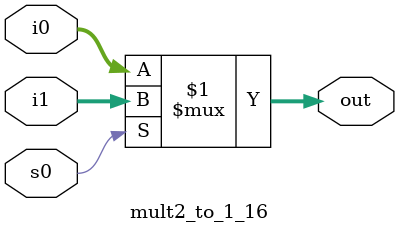
<source format=v>
module mult2_to_1_16(out, i0,i1,s0);
output [15:0] out;
input [15:0]i0,i1;
input s0;
assign out = s0 ? i1:i0;
endmodule

</source>
